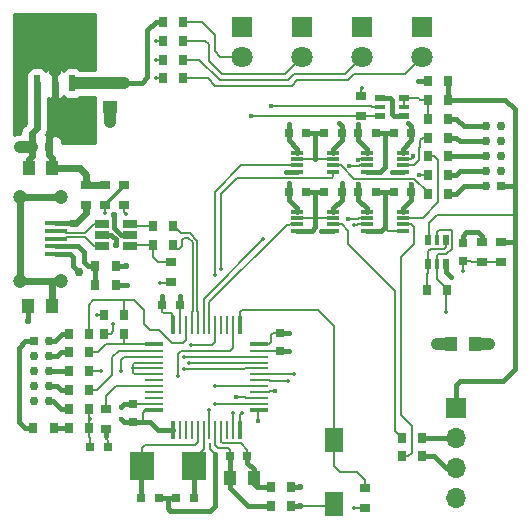
<source format=gbr>
%TF.GenerationSoftware,KiCad,Pcbnew,5.0.0-fee4fd1~65~ubuntu18.04.1*%
%TF.CreationDate,2018-07-28T20:32:54+02:00*%
%TF.ProjectId,blackBoxProbeBig,626C61636B426F7850726F6265426967,rev?*%
%TF.SameCoordinates,Original*%
%TF.FileFunction,Copper,L1,Top,Signal*%
%TF.FilePolarity,Positive*%
%FSLAX46Y46*%
G04 Gerber Fmt 4.6, Leading zero omitted, Abs format (unit mm)*
G04 Created by KiCad (PCBNEW 5.0.0-fee4fd1~65~ubuntu18.04.1) date Sat Jul 28 20:32:54 2018*
%MOMM*%
%LPD*%
G01*
G04 APERTURE LIST*
%TA.AperFunction,SMDPad,CuDef*%
%ADD10R,0.750000X0.800000*%
%TD*%
%TA.AperFunction,SMDPad,CuDef*%
%ADD11R,2.100000X2.400000*%
%TD*%
%TA.AperFunction,SMDPad,CuDef*%
%ADD12R,0.700000X0.900000*%
%TD*%
%TA.AperFunction,SMDPad,CuDef*%
%ADD13R,0.400000X1.500000*%
%TD*%
%TA.AperFunction,SMDPad,CuDef*%
%ADD14R,0.280000X1.500000*%
%TD*%
%TA.AperFunction,SMDPad,CuDef*%
%ADD15R,1.500000X0.400000*%
%TD*%
%TA.AperFunction,SMDPad,CuDef*%
%ADD16R,1.500000X0.280000*%
%TD*%
%TA.AperFunction,SMDPad,CuDef*%
%ADD17R,1.000000X1.250000*%
%TD*%
%TA.AperFunction,SMDPad,CuDef*%
%ADD18R,0.800000X0.750000*%
%TD*%
%TA.AperFunction,SMDPad,CuDef*%
%ADD19R,1.250000X1.000000*%
%TD*%
%TA.AperFunction,ComponentPad*%
%ADD20C,1.200000*%
%TD*%
%TA.AperFunction,SMDPad,CuDef*%
%ADD21R,1.850000X0.400000*%
%TD*%
%TA.AperFunction,ComponentPad*%
%ADD22R,1.700000X1.700000*%
%TD*%
%TA.AperFunction,ComponentPad*%
%ADD23O,1.700000X1.700000*%
%TD*%
%TA.AperFunction,SMDPad,CuDef*%
%ADD24R,0.900000X0.700000*%
%TD*%
%TA.AperFunction,SMDPad,CuDef*%
%ADD25R,1.597660X1.998980*%
%TD*%
%TA.AperFunction,SMDPad,CuDef*%
%ADD26R,1.000000X0.400000*%
%TD*%
%TA.AperFunction,SMDPad,CuDef*%
%ADD27R,1.000000X0.300000*%
%TD*%
%TA.AperFunction,SMDPad,CuDef*%
%ADD28R,0.480000X1.400000*%
%TD*%
%TA.AperFunction,SMDPad,CuDef*%
%ADD29O,1.200000X2.850000*%
%TD*%
%TA.AperFunction,ComponentPad*%
%ADD30R,1.800000X1.800000*%
%TD*%
%TA.AperFunction,ComponentPad*%
%ADD31C,1.800000*%
%TD*%
%TA.AperFunction,ComponentPad*%
%ADD32R,0.750000X0.750000*%
%TD*%
%TA.AperFunction,ComponentPad*%
%ADD33C,0.750000*%
%TD*%
%TA.AperFunction,SMDPad,CuDef*%
%ADD34R,0.900000X0.600000*%
%TD*%
%TA.AperFunction,SMDPad,CuDef*%
%ADD35R,0.900000X0.400000*%
%TD*%
%TA.AperFunction,SMDPad,CuDef*%
%ADD36R,0.600000X0.900000*%
%TD*%
%TA.AperFunction,SMDPad,CuDef*%
%ADD37R,0.400000X0.900000*%
%TD*%
%TA.AperFunction,SMDPad,CuDef*%
%ADD38R,1.200000X0.650000*%
%TD*%
%TA.AperFunction,ViaPad*%
%ADD39C,0.550000*%
%TD*%
%TA.AperFunction,ViaPad*%
%ADD40C,0.355600*%
%TD*%
%TA.AperFunction,ViaPad*%
%ADD41C,0.381000*%
%TD*%
%TA.AperFunction,ViaPad*%
%ADD42C,0.750000*%
%TD*%
%TA.AperFunction,Conductor*%
%ADD43C,0.600000*%
%TD*%
%TA.AperFunction,Conductor*%
%ADD44C,0.400000*%
%TD*%
%TA.AperFunction,Conductor*%
%ADD45C,0.200000*%
%TD*%
%TA.AperFunction,Conductor*%
%ADD46C,1.000000*%
%TD*%
%TA.AperFunction,Conductor*%
%ADD47C,0.300000*%
%TD*%
%TA.AperFunction,Conductor*%
%ADD48C,0.152400*%
%TD*%
%TA.AperFunction,Conductor*%
%ADD49C,0.254000*%
%TD*%
G04 APERTURE END LIST*
D10*
%TO.P,C5,1*%
%TO.N,+3V3*%
X37500000Y-178950000D03*
%TO.P,C5,2*%
%TO.N,GND*%
X37500000Y-180450000D03*
%TD*%
D11*
%TO.P,Y1,1*%
%TO.N,Net-(C12-Pad1)*%
X25800000Y-190200000D03*
%TO.P,Y1,2*%
%TO.N,Net-(C13-Pad1)*%
X30200000Y-190200000D03*
%TD*%
D12*
%TO.P,R30,1*%
%TO.N,Net-(D2-Pad2)*%
X29350000Y-154200000D03*
%TO.P,R30,2*%
%TO.N,/LED0*%
X27650000Y-154200000D03*
%TD*%
D13*
%TO.P,U3,1*%
%TO.N,+3V3*%
X28490000Y-187125000D03*
D14*
%TO.P,U3,2*%
%TO.N,N/C*%
X29050000Y-187125000D03*
%TO.P,U3,3*%
X29550000Y-187125000D03*
%TO.P,U3,4*%
X30050000Y-187125000D03*
%TO.P,U3,5*%
%TO.N,Net-(C12-Pad1)*%
X30550000Y-187125000D03*
%TO.P,U3,6*%
%TO.N,Net-(C13-Pad1)*%
X31050000Y-187125000D03*
%TO.P,U3,7*%
%TO.N,/MCU_RST*%
X31550000Y-187125000D03*
%TO.P,U3,8*%
%TO.N,GNDA*%
X32050000Y-187125000D03*
%TO.P,U3,9*%
%TO.N,VDDA*%
X32550000Y-187125000D03*
%TO.P,U3,10*%
%TO.N,N/C*%
X33050000Y-187125000D03*
%TO.P,U3,11*%
%TO.N,/PROBE_TMS_DIR*%
X33550000Y-187125000D03*
D13*
%TO.P,U3,12*%
%TO.N,/PROBE_I_RST*%
X34110000Y-187125000D03*
D15*
%TO.P,U3,13*%
%TO.N,/PROBE_I_TDI*%
X35725000Y-185510000D03*
D16*
%TO.P,U3,14*%
%TO.N,/PROBE_I_TMS*%
X35725000Y-184950000D03*
%TO.P,U3,15*%
%TO.N,/PROBE_I_TCK*%
X35725000Y-184450000D03*
%TO.P,U3,16*%
%TO.N,/PROBE_I_TDO*%
X35725000Y-183950000D03*
%TO.P,U3,17*%
%TO.N,/PROBE_I_RST_SEN*%
X35725000Y-183450000D03*
%TO.P,U3,18*%
%TO.N,/TARGET_PWR_SENSE*%
X35725000Y-182950000D03*
%TO.P,U3,19*%
%TO.N,/TARGET_PWR_EN*%
X35725000Y-182450000D03*
%TO.P,U3,20*%
%TO.N,/LED0*%
X35725000Y-181950000D03*
%TO.P,U3,21*%
%TO.N,/LED1*%
X35725000Y-181450000D03*
%TO.P,U3,22*%
%TO.N,/LED2*%
X35725000Y-180950000D03*
%TO.P,U3,23*%
%TO.N,GND*%
X35725000Y-180450000D03*
D15*
%TO.P,U3,24*%
%TO.N,+3V3*%
X35725000Y-179890000D03*
D13*
%TO.P,U3,25*%
%TO.N,/BUTTON*%
X34110000Y-178275000D03*
D14*
%TO.P,U3,26*%
%TO.N,/USB_V*%
X33550000Y-178275000D03*
%TO.P,U3,27*%
%TO.N,N/C*%
X33050000Y-178275000D03*
%TO.P,U3,28*%
X32550000Y-178275000D03*
%TO.P,U3,29*%
%TO.N,/USB_PU*%
X32050000Y-178275000D03*
%TO.P,U3,30*%
%TO.N,/PROBE_I_TX*%
X31550000Y-178275000D03*
%TO.P,U3,31*%
%TO.N,/PROBE_I_RX*%
X31050000Y-178275000D03*
%TO.P,U3,32*%
%TO.N,/USB_D-*%
X30550000Y-178275000D03*
%TO.P,U3,33*%
%TO.N,/USB_D+*%
X30050000Y-178275000D03*
%TO.P,U3,34*%
%TO.N,/MCU_TMS*%
X29550000Y-178275000D03*
%TO.P,U3,35*%
%TO.N,GND*%
X29050000Y-178275000D03*
D13*
%TO.P,U3,36*%
%TO.N,+3V3*%
X28490000Y-178275000D03*
D15*
%TO.P,U3,37*%
%TO.N,/MCU_TCK*%
X26875000Y-179890000D03*
D16*
%TO.P,U3,38*%
%TO.N,/MCU_TDI*%
X26875000Y-180450000D03*
%TO.P,U3,39*%
%TO.N,/MCU_TDO*%
X26875000Y-180950000D03*
%TO.P,U3,40*%
%TO.N,+3V3*%
X26875000Y-181450000D03*
%TO.P,U3,41*%
X26875000Y-181950000D03*
%TO.P,U3,42*%
X26875000Y-182450000D03*
%TO.P,U3,43*%
%TO.N,N/C*%
X26875000Y-182950000D03*
%TO.P,U3,44*%
%TO.N,Net-(R17-Pad2)*%
X26875000Y-183450000D03*
%TO.P,U3,45*%
%TO.N,N/C*%
X26875000Y-183950000D03*
%TO.P,U3,46*%
X26875000Y-184450000D03*
%TO.P,U3,47*%
%TO.N,GND*%
X26875000Y-184950000D03*
D15*
%TO.P,U3,48*%
%TO.N,+3V3*%
X26875000Y-185510000D03*
%TD*%
D17*
%TO.P,C1,1*%
%TO.N,+5V*%
X18250000Y-165000000D03*
%TO.P,C1,2*%
%TO.N,GND*%
X16250000Y-165000000D03*
%TD*%
%TO.P,C2,1*%
%TO.N,GND*%
X16210000Y-176690000D03*
%TO.P,C2,2*%
%TO.N,Net-(C2-Pad2)*%
X18210000Y-176690000D03*
%TD*%
D18*
%TO.P,C3,1*%
%TO.N,+5V*%
X18000000Y-163200000D03*
%TO.P,C3,2*%
%TO.N,GND*%
X16500000Y-163200000D03*
%TD*%
D19*
%TO.P,C4,1*%
%TO.N,+3V3*%
X23150000Y-157825000D03*
%TO.P,C4,2*%
%TO.N,GND*%
X23150000Y-159825000D03*
%TD*%
D18*
%TO.P,C6,1*%
%TO.N,+3V3*%
X27550000Y-176600000D03*
%TO.P,C6,2*%
%TO.N,GND*%
X29050000Y-176600000D03*
%TD*%
D10*
%TO.P,C7,1*%
%TO.N,+3V3*%
X25100000Y-186450000D03*
%TO.P,C7,2*%
%TO.N,GND*%
X25100000Y-184950000D03*
%TD*%
D18*
%TO.P,C8,1*%
%TO.N,VDDA*%
X34750000Y-189400000D03*
%TO.P,C8,2*%
%TO.N,GNDA*%
X33250000Y-189400000D03*
%TD*%
D17*
%TO.P,C9,1*%
%TO.N,VDDA*%
X35300000Y-191200000D03*
%TO.P,C9,2*%
%TO.N,GNDA*%
X33300000Y-191200000D03*
%TD*%
D10*
%TO.P,C11,1*%
%TO.N,GND*%
X53000000Y-171350000D03*
%TO.P,C11,2*%
%TO.N,/TARGET_PWR_SENSE*%
X53000000Y-172850000D03*
%TD*%
D18*
%TO.P,C12,1*%
%TO.N,Net-(C12-Pad1)*%
X25750000Y-192900000D03*
%TO.P,C12,2*%
%TO.N,GND*%
X27250000Y-192900000D03*
%TD*%
%TO.P,C13,1*%
%TO.N,Net-(C13-Pad1)*%
X30250000Y-192900000D03*
%TO.P,C13,2*%
%TO.N,GND*%
X28750000Y-192900000D03*
%TD*%
D17*
%TO.P,C14,1*%
%TO.N,+3V3*%
X54000000Y-179900000D03*
%TO.P,C14,2*%
%TO.N,GND*%
X52000000Y-179900000D03*
%TD*%
D18*
%TO.P,C15,1*%
%TO.N,+3V3*%
X44150000Y-162000000D03*
%TO.P,C15,2*%
%TO.N,GND*%
X45650000Y-162000000D03*
%TD*%
%TO.P,C16,1*%
%TO.N,/PROBE_E_VDD*%
X48650000Y-162000000D03*
%TO.P,C16,2*%
%TO.N,GND*%
X47150000Y-162000000D03*
%TD*%
%TO.P,C17,1*%
%TO.N,+3V3*%
X38250000Y-167000000D03*
%TO.P,C17,2*%
%TO.N,GND*%
X39750000Y-167000000D03*
%TD*%
%TO.P,C18,1*%
%TO.N,/PROBE_E_VDD*%
X48650000Y-167000000D03*
%TO.P,C18,2*%
%TO.N,GND*%
X47150000Y-167000000D03*
%TD*%
%TO.P,C19,1*%
%TO.N,+3V3*%
X44150000Y-167000000D03*
%TO.P,C19,2*%
%TO.N,GND*%
X45650000Y-167000000D03*
%TD*%
%TO.P,C20,1*%
%TO.N,/PROBE_E_VDD*%
X42750000Y-167000000D03*
%TO.P,C20,2*%
%TO.N,GND*%
X41250000Y-167000000D03*
%TD*%
%TO.P,C21,1*%
%TO.N,+3V3*%
X38250000Y-162000000D03*
%TO.P,C21,2*%
%TO.N,GND*%
X39750000Y-162000000D03*
%TD*%
%TO.P,C22,1*%
%TO.N,/PROBE_E_VDD*%
X42750000Y-162000000D03*
%TO.P,C22,2*%
%TO.N,GND*%
X41250000Y-162000000D03*
%TD*%
D20*
%TO.P,J1,S*%
%TO.N,Net-(C2-Pad2)*%
X18975000Y-167395000D03*
X18975000Y-174545000D03*
X15525000Y-167395000D03*
D21*
%TO.P,J1,5*%
%TO.N,GND*%
X18550000Y-172270000D03*
%TO.P,J1,4*%
%TO.N,Net-(J1-Pad4)*%
X18550000Y-171620000D03*
%TO.P,J1,3*%
%TO.N,/USB_D_C+*%
X18550000Y-170970000D03*
%TO.P,J1,2*%
%TO.N,/USB_D_C-*%
X18550000Y-170320000D03*
%TO.P,J1,1*%
%TO.N,Net-(J1-Pad1)*%
X18550000Y-169670000D03*
D20*
%TO.P,J1,S*%
%TO.N,Net-(C2-Pad2)*%
X15525000Y-174545000D03*
%TD*%
D22*
%TO.P,J4,1*%
%TO.N,/PROBE_VDD*%
X52450000Y-185260000D03*
D23*
%TO.P,J4,2*%
%TO.N,Net-(J4-Pad2)*%
X52450000Y-187800000D03*
%TO.P,J4,3*%
%TO.N,Net-(J4-Pad3)*%
X52450000Y-190340000D03*
%TO.P,J4,4*%
%TO.N,GND*%
X52450000Y-192880000D03*
%TD*%
D24*
%TO.P,R1,1*%
%TO.N,Net-(J1-Pad1)*%
X21100000Y-168150000D03*
%TO.P,R1,2*%
%TO.N,+5V*%
X21100000Y-166450000D03*
%TD*%
D12*
%TO.P,R2,1*%
%TO.N,+5V*%
X23600000Y-173300000D03*
%TO.P,R2,2*%
%TO.N,Net-(J1-Pad4)*%
X21900000Y-173300000D03*
%TD*%
%TO.P,R3,1*%
%TO.N,Net-(J1-Pad4)*%
X21900000Y-174900000D03*
%TO.P,R3,2*%
%TO.N,GND*%
X23600000Y-174900000D03*
%TD*%
%TO.P,R4,1*%
%TO.N,VDDA*%
X36750000Y-192000000D03*
%TO.P,R4,2*%
%TO.N,+3V3*%
X38450000Y-192000000D03*
%TD*%
%TO.P,R5,1*%
%TO.N,GNDA*%
X36750000Y-193600000D03*
%TO.P,R5,2*%
%TO.N,GND*%
X38450000Y-193600000D03*
%TD*%
D24*
%TO.P,R6,1*%
%TO.N,+3V3*%
X44700000Y-193750000D03*
%TO.P,R6,2*%
%TO.N,/BUTTON*%
X44700000Y-192050000D03*
%TD*%
%TO.P,R7,1*%
%TO.N,+5V*%
X22700000Y-166450000D03*
%TO.P,R7,2*%
%TO.N,/USB_V*%
X22700000Y-168150000D03*
%TD*%
D12*
%TO.P,R8,1*%
%TO.N,Net-(J2-Pad4)*%
X19650000Y-180600000D03*
%TO.P,R8,2*%
%TO.N,/MCU_TCK*%
X21350000Y-180600000D03*
%TD*%
%TO.P,R9,1*%
%TO.N,Net-(J2-Pad8)*%
X19650000Y-183800000D03*
%TO.P,R9,2*%
%TO.N,/MCU_TDI*%
X21350000Y-183800000D03*
%TD*%
D24*
%TO.P,R10,1*%
%TO.N,/PROBE_VDD*%
X56200000Y-171250000D03*
%TO.P,R10,2*%
%TO.N,/TARGET_PWR_SENSE*%
X56200000Y-172950000D03*
%TD*%
%TO.P,R11,1*%
%TO.N,/TARGET_PWR_SENSE*%
X54600000Y-172950000D03*
%TO.P,R11,2*%
%TO.N,GND*%
X54600000Y-171250000D03*
%TD*%
%TO.P,R12,1*%
%TO.N,/USB_V*%
X24300000Y-166450000D03*
%TO.P,R12,2*%
%TO.N,GND*%
X24300000Y-168150000D03*
%TD*%
D12*
%TO.P,R13,1*%
%TO.N,Net-(J2-Pad2)*%
X19650000Y-179000000D03*
%TO.P,R13,2*%
%TO.N,/MCU_TMS*%
X21350000Y-179000000D03*
%TD*%
%TO.P,R14,1*%
%TO.N,Net-(J2-Pad6)*%
X19650000Y-182200000D03*
%TO.P,R14,2*%
%TO.N,/MCU_TDO*%
X21350000Y-182200000D03*
%TD*%
%TO.P,R15,1*%
%TO.N,Net-(J2-Pad10)*%
X19650000Y-185400000D03*
%TO.P,R15,2*%
%TO.N,/MCU_RST*%
X21350000Y-185400000D03*
%TD*%
D24*
%TO.P,R16,1*%
%TO.N,/USB_PU*%
X28300000Y-174650000D03*
%TO.P,R16,2*%
%TO.N,Net-(R16-Pad2)*%
X28300000Y-172950000D03*
%TD*%
%TO.P,R17,1*%
%TO.N,GND*%
X22800000Y-187050000D03*
%TO.P,R17,2*%
%TO.N,Net-(R17-Pad2)*%
X22800000Y-185350000D03*
%TD*%
D12*
%TO.P,R18,1*%
%TO.N,+3V3*%
X19650000Y-187000000D03*
%TO.P,R18,2*%
%TO.N,/MCU_RST*%
X21350000Y-187000000D03*
%TD*%
%TO.P,R19,1*%
%TO.N,+3V3*%
X18350000Y-187000000D03*
%TO.P,R19,2*%
%TO.N,Net-(J2-Pad1)*%
X16650000Y-187000000D03*
%TD*%
%TO.P,R20,1*%
%TO.N,/PROBE_VDD*%
X51750000Y-159200000D03*
%TO.P,R20,2*%
%TO.N,/PROBE_E_RST*%
X50050000Y-159200000D03*
%TD*%
%TO.P,R21,1*%
%TO.N,Net-(J3-Pad4)*%
X51750000Y-165600000D03*
%TO.P,R21,2*%
%TO.N,/PROBE_E_TCK*%
X50050000Y-165600000D03*
%TD*%
%TO.P,R22,1*%
%TO.N,Net-(J3-Pad8)*%
X51750000Y-162400000D03*
%TO.P,R22,2*%
%TO.N,/PROBE_E_TDI*%
X50050000Y-162400000D03*
%TD*%
D24*
%TO.P,R23,1*%
%TO.N,+3V3*%
X44400000Y-158850000D03*
%TO.P,R23,2*%
%TO.N,/PROBE_I_RST_SEN*%
X44400000Y-160550000D03*
%TD*%
D12*
%TO.P,R24,1*%
%TO.N,Net-(J3-Pad2)*%
X51750000Y-167200000D03*
%TO.P,R24,2*%
%TO.N,/PROBE_E_TMS*%
X50050000Y-167200000D03*
%TD*%
%TO.P,R25,1*%
%TO.N,Net-(J3-Pad6)*%
X51750000Y-164000000D03*
%TO.P,R25,2*%
%TO.N,/PROBE_E_TDO*%
X50050000Y-164000000D03*
%TD*%
%TO.P,R26,1*%
%TO.N,Net-(J3-Pad10)*%
X51750000Y-160800000D03*
%TO.P,R26,2*%
%TO.N,/PROBE_E_RST*%
X50050000Y-160800000D03*
%TD*%
%TO.P,R28,1*%
%TO.N,Net-(Q2-Pad1)*%
X49950000Y-175300000D03*
%TO.P,R28,2*%
%TO.N,/TARGET_PWR_EN*%
X51650000Y-175300000D03*
%TD*%
%TO.P,R29,1*%
%TO.N,Net-(D1-Pad2)*%
X29350000Y-152600000D03*
%TO.P,R29,2*%
%TO.N,+3V3*%
X27650000Y-152600000D03*
%TD*%
%TO.P,R31,1*%
%TO.N,Net-(D3-Pad2)*%
X29350000Y-155800000D03*
%TO.P,R31,2*%
%TO.N,/LED1*%
X27650000Y-155800000D03*
%TD*%
%TO.P,R32,1*%
%TO.N,Net-(D4-Pad2)*%
X29350000Y-157400000D03*
%TO.P,R32,2*%
%TO.N,/LED2*%
X27650000Y-157400000D03*
%TD*%
%TO.P,R33,1*%
%TO.N,Net-(J4-Pad2)*%
X49550000Y-187800000D03*
%TO.P,R33,2*%
%TO.N,/PROBE_E_TX*%
X47850000Y-187800000D03*
%TD*%
%TO.P,R35,1*%
%TO.N,Net-(J4-Pad3)*%
X49550000Y-189400000D03*
%TO.P,R35,2*%
%TO.N,/PROBE_E_RX*%
X47850000Y-189400000D03*
%TD*%
D25*
%TO.P,S1,1*%
%TO.N,GND*%
X42100000Y-193397480D03*
%TO.P,S1,2*%
%TO.N,/BUTTON*%
X42100000Y-188002520D03*
%TD*%
D26*
%TO.P,U4,1*%
%TO.N,+3V3*%
X39000000Y-168700000D03*
D27*
%TO.P,U4,2*%
%TO.N,GND*%
X39000000Y-169250000D03*
%TO.P,U4,3*%
%TO.N,/PROBE_I_TX*%
X39000000Y-169750000D03*
D26*
%TO.P,U4,4*%
%TO.N,GND*%
X39000000Y-170300000D03*
%TO.P,U4,5*%
%TO.N,+3V3*%
X42000000Y-170300000D03*
D27*
%TO.P,U4,6*%
%TO.N,/PROBE_E_TX*%
X42000000Y-169750000D03*
%TO.P,U4,7*%
%TO.N,GND*%
X42000000Y-169250000D03*
D26*
%TO.P,U4,8*%
%TO.N,/PROBE_E_VDD*%
X42000000Y-168700000D03*
%TD*%
%TO.P,U5,1*%
%TO.N,+3V3*%
X44900000Y-163700000D03*
D27*
%TO.P,U5,2*%
%TO.N,/PROBE_I_TCK*%
X44900000Y-164250000D03*
%TO.P,U5,3*%
%TO.N,/PROBE_I_TDI*%
X44900000Y-164750000D03*
D26*
%TO.P,U5,4*%
%TO.N,GND*%
X44900000Y-165300000D03*
%TO.P,U5,5*%
%TO.N,+3V3*%
X47900000Y-165300000D03*
D27*
%TO.P,U5,6*%
%TO.N,/PROBE_E_TDI*%
X47900000Y-164750000D03*
%TO.P,U5,7*%
%TO.N,/PROBE_E_TCK*%
X47900000Y-164250000D03*
D26*
%TO.P,U5,8*%
%TO.N,/PROBE_E_VDD*%
X47900000Y-163700000D03*
%TD*%
%TO.P,U6,1*%
%TO.N,+3V3*%
X44900000Y-168700000D03*
D27*
%TO.P,U6,2*%
%TO.N,/PROBE_I_TDO*%
X44900000Y-169250000D03*
%TO.P,U6,3*%
%TO.N,/PROBE_I_RX*%
X44900000Y-169750000D03*
D26*
%TO.P,U6,4*%
%TO.N,GND*%
X44900000Y-170300000D03*
%TO.P,U6,5*%
X47900000Y-170300000D03*
D27*
%TO.P,U6,6*%
%TO.N,/PROBE_E_RX*%
X47900000Y-169750000D03*
%TO.P,U6,7*%
%TO.N,/PROBE_E_TDO*%
X47900000Y-169250000D03*
D26*
%TO.P,U6,8*%
%TO.N,/PROBE_E_VDD*%
X47900000Y-168700000D03*
%TD*%
%TO.P,U7,1*%
%TO.N,+3V3*%
X39000000Y-163700000D03*
D27*
%TO.P,U7,2*%
%TO.N,GND*%
X39000000Y-164250000D03*
%TO.P,U7,3*%
%TO.N,/PROBE_I_TMS*%
X39000000Y-164750000D03*
D26*
%TO.P,U7,4*%
%TO.N,GND*%
X39000000Y-165300000D03*
%TO.P,U7,5*%
%TO.N,/PROBE_TMS_DIR*%
X42000000Y-165300000D03*
D27*
%TO.P,U7,6*%
%TO.N,/PROBE_E_TMS*%
X42000000Y-164750000D03*
%TO.P,U7,7*%
%TO.N,GND*%
X42000000Y-164250000D03*
D26*
%TO.P,U7,8*%
%TO.N,/PROBE_E_VDD*%
X42000000Y-163700000D03*
%TD*%
D28*
%TO.P,U1,1*%
%TO.N,GND*%
X16930000Y-157820000D03*
%TO.P,U1,2*%
%TO.N,+5V*%
X18430000Y-157820000D03*
%TO.P,U1,3*%
%TO.N,+3V3*%
X19930000Y-157820000D03*
D29*
%TO.P,U1,TAB*%
%TO.N,+5V*%
X18430000Y-155820000D03*
%TD*%
D30*
%TO.P,D1,1*%
%TO.N,GND*%
X34290000Y-153035000D03*
D31*
%TO.P,D1,2*%
%TO.N,Net-(D1-Pad2)*%
X34290000Y-155575000D03*
%TD*%
D30*
%TO.P,D2,1*%
%TO.N,GND*%
X39370000Y-153035000D03*
D31*
%TO.P,D2,2*%
%TO.N,Net-(D2-Pad2)*%
X39370000Y-155575000D03*
%TD*%
D30*
%TO.P,D3,1*%
%TO.N,GND*%
X44450000Y-153035000D03*
D31*
%TO.P,D3,2*%
%TO.N,Net-(D3-Pad2)*%
X44450000Y-155575000D03*
%TD*%
D30*
%TO.P,D4,1*%
%TO.N,GND*%
X49530000Y-153035000D03*
D31*
%TO.P,D4,2*%
%TO.N,Net-(D4-Pad2)*%
X49530000Y-155575000D03*
%TD*%
D12*
%TO.P,R27,1*%
%TO.N,/USB_D-*%
X28450000Y-169900000D03*
%TO.P,R27,2*%
%TO.N,Net-(R27-Pad2)*%
X26750000Y-169900000D03*
%TD*%
%TO.P,R34,1*%
%TO.N,/USB_D+*%
X28450000Y-171500000D03*
%TO.P,R34,2*%
%TO.N,Net-(R16-Pad2)*%
X26750000Y-171500000D03*
%TD*%
D32*
%TO.P,J2,1*%
%TO.N,Net-(J2-Pad1)*%
X16665000Y-179660000D03*
D33*
%TO.P,J2,2*%
%TO.N,Net-(J2-Pad2)*%
X17935000Y-179660000D03*
%TO.P,J2,3*%
%TO.N,GND*%
X16665000Y-180930000D03*
%TO.P,J2,4*%
%TO.N,Net-(J2-Pad4)*%
X17935000Y-180930000D03*
%TO.P,J2,5*%
%TO.N,GND*%
X16665000Y-182200000D03*
%TO.P,J2,6*%
%TO.N,Net-(J2-Pad6)*%
X17935000Y-182200000D03*
%TO.P,J2,7*%
%TO.N,N/C*%
X16665000Y-183470000D03*
%TO.P,J2,8*%
%TO.N,Net-(J2-Pad8)*%
X17935000Y-183470000D03*
%TO.P,J2,9*%
%TO.N,GND*%
X16665000Y-184740000D03*
%TO.P,J2,10*%
%TO.N,Net-(J2-Pad10)*%
X17935000Y-184740000D03*
%TD*%
D32*
%TO.P,J3,1*%
%TO.N,/PROBE_VDD*%
X56235000Y-166540000D03*
D33*
%TO.P,J3,2*%
%TO.N,Net-(J3-Pad2)*%
X54965000Y-166540000D03*
%TO.P,J3,3*%
%TO.N,GND*%
X56235000Y-165270000D03*
%TO.P,J3,4*%
%TO.N,Net-(J3-Pad4)*%
X54965000Y-165270000D03*
%TO.P,J3,5*%
%TO.N,GND*%
X56235000Y-164000000D03*
%TO.P,J3,6*%
%TO.N,Net-(J3-Pad6)*%
X54965000Y-164000000D03*
%TO.P,J3,7*%
%TO.N,N/C*%
X56235000Y-162730000D03*
%TO.P,J3,8*%
%TO.N,Net-(J3-Pad8)*%
X54965000Y-162730000D03*
%TO.P,J3,9*%
%TO.N,GND*%
X56235000Y-161460000D03*
%TO.P,J3,10*%
%TO.N,Net-(J3-Pad10)*%
X54965000Y-161460000D03*
%TD*%
D18*
%TO.P,C10,1*%
%TO.N,GND*%
X22950000Y-188600000D03*
%TO.P,C10,2*%
%TO.N,/MCU_RST*%
X21450000Y-188600000D03*
%TD*%
D34*
%TO.P,Q1,6*%
%TO.N,/PROBE_E_RST*%
X48050000Y-159050000D03*
D35*
%TO.P,Q1,5*%
X48050000Y-159800000D03*
D34*
%TO.P,Q1,4*%
%TO.N,GND*%
X48050000Y-160550000D03*
%TO.P,Q1,1*%
X45950000Y-159050000D03*
D35*
%TO.P,Q1,2*%
%TO.N,/PROBE_I_RST*%
X45950000Y-159800000D03*
D34*
%TO.P,Q1,3*%
%TO.N,/PROBE_I_RST_SEN*%
X45950000Y-160550000D03*
%TD*%
D36*
%TO.P,Q2,6*%
%TO.N,+3V3*%
X51550000Y-173150000D03*
D37*
%TO.P,Q2,5*%
%TO.N,/TARGET_PWR_EN*%
X50800000Y-173150000D03*
D36*
%TO.P,Q2,4*%
%TO.N,Net-(Q2-Pad1)*%
X50050000Y-173150000D03*
%TO.P,Q2,1*%
X51550000Y-171050000D03*
D37*
%TO.P,Q2,2*%
%TO.N,/TARGET_PWR_EN*%
X50800000Y-171050000D03*
D36*
%TO.P,Q2,3*%
%TO.N,/PROBE_VDD*%
X50050000Y-171050000D03*
%TD*%
D12*
%TO.P,R36,1*%
%TO.N,/PROBE_VDD*%
X51750000Y-157600000D03*
%TO.P,R36,2*%
%TO.N,/PROBE_E_VDD*%
X50050000Y-157600000D03*
%TD*%
%TO.P,R37,1*%
%TO.N,+3V3*%
X22650000Y-177400000D03*
%TO.P,R37,2*%
%TO.N,/MCU_TMS*%
X24350000Y-177400000D03*
%TD*%
%TO.P,R38,2*%
%TO.N,/MCU_TCK*%
X24350000Y-179000000D03*
%TO.P,R38,1*%
%TO.N,GND*%
X22650000Y-179000000D03*
%TD*%
D38*
%TO.P,U2,1*%
%TO.N,/USB_D_C-*%
X22450000Y-169700000D03*
%TO.P,U2,2*%
%TO.N,GND*%
X22450000Y-170650000D03*
%TO.P,U2,3*%
%TO.N,/USB_D_C+*%
X22450000Y-171600000D03*
%TO.P,U2,4*%
%TO.N,Net-(R16-Pad2)*%
X24850000Y-171600000D03*
%TO.P,U2,6*%
%TO.N,Net-(R27-Pad2)*%
X24850000Y-169700000D03*
%TO.P,U2,5*%
%TO.N,+5V*%
X24850000Y-170650000D03*
%TD*%
D39*
%TO.N,+5V*%
X23500000Y-169000000D03*
X20800000Y-165200000D03*
X24500000Y-173300000D03*
D40*
%TO.N,GND*%
X38250000Y-180450000D03*
X24600000Y-174900000D03*
D41*
X47000000Y-159800000D03*
D42*
X50800000Y-179900000D03*
D40*
X53800000Y-170400000D03*
X46400000Y-162000000D03*
X40500000Y-167000000D03*
X46400000Y-167000000D03*
X40500000Y-162000000D03*
X22800000Y-187700000D03*
X28000000Y-192900000D03*
X24500000Y-168900000D03*
D39*
X39200000Y-193600000D03*
D40*
X29050000Y-175850000D03*
D39*
X23600000Y-171500000D03*
D41*
X24100000Y-185200000D03*
D42*
X15550000Y-163200000D03*
X23150000Y-161100000D03*
D39*
X16210000Y-177935000D03*
D42*
X20500000Y-173750000D03*
D40*
X23400000Y-178200000D03*
X38000000Y-165300000D03*
%TO.N,+3V3*%
X38250000Y-178950000D03*
X52000000Y-174200000D03*
X47000000Y-165300000D03*
X44500000Y-158200000D03*
D41*
X44150000Y-166350000D03*
D42*
X55200000Y-179900000D03*
D40*
X38250000Y-161250000D03*
X38250000Y-166250000D03*
X44150000Y-161250000D03*
X19000000Y-187000000D03*
D42*
X24300000Y-157800000D03*
D40*
X25100000Y-181900000D03*
X43750000Y-193750000D03*
D39*
X39200000Y-192000000D03*
D40*
X27550000Y-175850000D03*
D41*
X24100000Y-186200000D03*
D40*
X22000000Y-177400000D03*
X41000000Y-170300000D03*
%TO.N,/TARGET_PWR_SENSE*%
X53000000Y-173700000D03*
X38200000Y-183000000D03*
D41*
%TO.N,/PROBE_I_RST*%
X36800000Y-159700000D03*
D40*
X34300000Y-185700000D03*
D41*
%TO.N,/PROBE_I_RST_SEN*%
X35100000Y-160600000D03*
D40*
X32000000Y-183400000D03*
%TO.N,/TARGET_PWR_EN*%
X51600000Y-177200000D03*
X38700000Y-182400000D03*
%TO.N,/USB_V*%
X28900000Y-182600000D03*
X22700000Y-168800000D03*
%TO.N,/MCU_TDO*%
X22400000Y-182200000D03*
X24100000Y-182200000D03*
%TO.N,/MCU_RST*%
X21400000Y-186200000D03*
X31500000Y-185500000D03*
%TO.N,/USB_PU*%
X30000000Y-180000000D03*
X27400000Y-174700000D03*
D41*
%TO.N,/PROBE_E_TCK*%
X49300000Y-165600000D03*
X48800000Y-164000000D03*
D40*
%TO.N,/LED0*%
X27000000Y-154200000D03*
X29400000Y-182000000D03*
%TO.N,/LED1*%
X27000000Y-155800000D03*
X29800000Y-181500000D03*
%TO.N,/LED2*%
X27000000Y-157400000D03*
X29400000Y-181000000D03*
%TO.N,/PROBE_TMS_DIR*%
X33500000Y-185700000D03*
X32500000Y-173500000D03*
%TO.N,/PROBE_I_TMS*%
X32000000Y-185000000D03*
X32000000Y-174000000D03*
D41*
%TO.N,/PROBE_I_TCK*%
X44100000Y-164300000D03*
X33800000Y-184400000D03*
%TO.N,/PROBE_I_TDO*%
X43300000Y-169300000D03*
X37100000Y-183900000D03*
D40*
%TO.N,/PROBE_I_RX*%
X36100000Y-171000000D03*
X43800000Y-169800000D03*
D41*
%TO.N,/PROBE_I_TDI*%
X43400000Y-164800000D03*
X35700000Y-186400000D03*
%TO.N,/PROBE_E_VDD*%
X48650000Y-166350000D03*
D40*
X42500000Y-161200000D03*
X48400000Y-161200000D03*
X42750000Y-166250000D03*
X49200000Y-157600000D03*
%TD*%
D43*
%TO.N,+5V*%
X18000000Y-162100000D02*
X18430000Y-161670000D01*
X18430000Y-161670000D02*
X18430000Y-157820000D01*
X18000000Y-163200000D02*
X18000000Y-162100000D01*
D44*
X20800000Y-165200000D02*
X20750000Y-165200000D01*
X20750000Y-165200000D02*
X20550000Y-165000000D01*
X24050000Y-170650000D02*
X23500000Y-170100000D01*
X23500000Y-170100000D02*
X23500000Y-169000000D01*
X25000000Y-170650000D02*
X24050000Y-170650000D01*
D45*
X18430000Y-157820000D02*
X18430000Y-155820000D01*
D44*
X23600000Y-173300000D02*
X24500000Y-173300000D01*
D43*
X18250000Y-164100000D02*
X18000000Y-163850000D01*
X18000000Y-163850000D02*
X18000000Y-163200000D01*
X18250000Y-165000000D02*
X18250000Y-164100000D01*
X21100000Y-165550000D02*
X20550000Y-165000000D01*
X20550000Y-165000000D02*
X18250000Y-165000000D01*
X21100000Y-166450000D02*
X21100000Y-165550000D01*
X21100000Y-166450000D02*
X22700000Y-166450000D01*
D45*
%TO.N,GND*%
X37500000Y-180450000D02*
X35725000Y-180450000D01*
D44*
X37500000Y-180450000D02*
X38250000Y-180450000D01*
X40200000Y-170300000D02*
X40500000Y-170000000D01*
X40500000Y-170000000D02*
X40500000Y-169200000D01*
X39000000Y-170300000D02*
X40200000Y-170300000D01*
D45*
X22950000Y-188050000D02*
X22800000Y-187900000D01*
X22800000Y-187900000D02*
X22800000Y-187700000D01*
X22950000Y-188600000D02*
X22950000Y-188050000D01*
X47900000Y-170300000D02*
X46700000Y-170300000D01*
X46700000Y-170300000D02*
X46400000Y-170000000D01*
D44*
X46400000Y-167000000D02*
X46400000Y-170000000D01*
X46400000Y-170000000D02*
X46100000Y-170300000D01*
X46100000Y-170300000D02*
X44900000Y-170300000D01*
X46400000Y-162000000D02*
X46400000Y-164900000D01*
X46400000Y-164900000D02*
X46000000Y-165300000D01*
X46000000Y-165300000D02*
X44900000Y-165300000D01*
X47000000Y-159800000D02*
X47000000Y-160400000D01*
X47000000Y-159200000D02*
X47000000Y-159800000D01*
X47000000Y-160400000D02*
X47150000Y-160550000D01*
X47150000Y-160550000D02*
X48050000Y-160550000D01*
X46850000Y-159050000D02*
X47000000Y-159200000D01*
X45950000Y-159050000D02*
X46850000Y-159050000D01*
D46*
X52000000Y-179900000D02*
X50800000Y-179900000D01*
D44*
X53000000Y-170700000D02*
X53300000Y-170400000D01*
X53300000Y-170400000D02*
X53800000Y-170400000D01*
X53000000Y-171350000D02*
X53000000Y-170700000D01*
X54600000Y-170700000D02*
X54300000Y-170400000D01*
X54300000Y-170400000D02*
X53800000Y-170400000D01*
X54600000Y-171250000D02*
X54600000Y-170700000D01*
X45650000Y-162000000D02*
X46400000Y-162000000D01*
X47150000Y-162000000D02*
X46400000Y-162000000D01*
D45*
X42000000Y-169250000D02*
X40550000Y-169250000D01*
X40550000Y-169250000D02*
X40500000Y-169200000D01*
D44*
X40500000Y-169200000D02*
X40500000Y-167000000D01*
D45*
X40450000Y-169250000D02*
X40500000Y-169200000D01*
X39000000Y-169250000D02*
X40450000Y-169250000D01*
D44*
X39750000Y-167000000D02*
X40500000Y-167000000D01*
X41250000Y-167000000D02*
X40500000Y-167000000D01*
X45650000Y-167000000D02*
X46400000Y-167000000D01*
X47150000Y-167000000D02*
X46400000Y-167000000D01*
D45*
X42000000Y-164250000D02*
X40550000Y-164250000D01*
X40550000Y-164250000D02*
X40500000Y-164200000D01*
D44*
X40500000Y-164200000D02*
X40500000Y-162000000D01*
D45*
X39000000Y-164250000D02*
X40450000Y-164250000D01*
X40450000Y-164250000D02*
X40500000Y-164200000D01*
D44*
X39750000Y-162000000D02*
X40500000Y-162000000D01*
X41250000Y-162000000D02*
X40500000Y-162000000D01*
X22800000Y-187050000D02*
X22800000Y-187700000D01*
D45*
X31600000Y-188800000D02*
X31600000Y-188300000D01*
X32000000Y-189200000D02*
X31600000Y-188800000D01*
D44*
X32000000Y-193600000D02*
X32000000Y-189200000D01*
X31600000Y-194000000D02*
X32000000Y-193600000D01*
X28200000Y-194000000D02*
X31600000Y-194000000D01*
X28000000Y-193800000D02*
X28200000Y-194000000D01*
X28000000Y-192900000D02*
X28000000Y-193800000D01*
X28750000Y-192900000D02*
X28000000Y-192900000D01*
X27250000Y-192900000D02*
X28000000Y-192900000D01*
D45*
X24300000Y-168700000D02*
X24500000Y-168900000D01*
X24300000Y-168150000D02*
X24300000Y-168700000D01*
X42100000Y-193397480D02*
X41897480Y-193600000D01*
X41897480Y-193600000D02*
X39200000Y-193600000D01*
D44*
X29050000Y-176600000D02*
X29050000Y-175850000D01*
X25100000Y-184950000D02*
X24350000Y-184950000D01*
X24350000Y-184950000D02*
X24100000Y-185200000D01*
X38450000Y-193600000D02*
X39200000Y-193600000D01*
D45*
X29050000Y-175950000D02*
X29050000Y-175850000D01*
D44*
X23600000Y-171000000D02*
X23600000Y-171500000D01*
X23250000Y-170650000D02*
X23600000Y-171000000D01*
X22300000Y-170650000D02*
X23250000Y-170650000D01*
D45*
X29050000Y-178275000D02*
X29050000Y-176600000D01*
X26875000Y-184950000D02*
X25100000Y-184950000D01*
D44*
X23600000Y-174900000D02*
X24600000Y-174900000D01*
D46*
X16500000Y-163200000D02*
X15550000Y-163200000D01*
X23150000Y-159825000D02*
X23150000Y-161100000D01*
D43*
X16500000Y-162050000D02*
X16930000Y-161620000D01*
X16930000Y-161620000D02*
X16930000Y-157820000D01*
X16500000Y-163200000D02*
X16500000Y-162050000D01*
X16250000Y-164200000D02*
X16500000Y-163950000D01*
X16500000Y-163950000D02*
X16500000Y-163200000D01*
X16250000Y-165000000D02*
X16250000Y-164200000D01*
D44*
X16210000Y-176690000D02*
X16210000Y-177935000D01*
X20000000Y-173250000D02*
X20500000Y-173750000D01*
X20000000Y-172500000D02*
X20000000Y-173250000D01*
X19770000Y-172270000D02*
X20000000Y-172500000D01*
X18550000Y-172270000D02*
X19770000Y-172270000D01*
D45*
X22650000Y-179000000D02*
X23200000Y-179000000D01*
X23200000Y-179000000D02*
X23400000Y-178800000D01*
X23400000Y-178800000D02*
X23400000Y-178200000D01*
D44*
X39000000Y-165300000D02*
X38000000Y-165300000D01*
D43*
%TO.N,Net-(C2-Pad2)*%
X15525000Y-167395000D02*
X18975000Y-167395000D01*
X15525000Y-174545000D02*
X15525000Y-167395000D01*
X18210000Y-174560000D02*
X15540000Y-174560000D01*
X15540000Y-174560000D02*
X15525000Y-174545000D01*
X18210000Y-174560000D02*
X18225000Y-174545000D01*
X18225000Y-174545000D02*
X18975000Y-174545000D01*
X18210000Y-176690000D02*
X18210000Y-174560000D01*
D45*
%TO.N,+3V3*%
X36800000Y-179700000D02*
X36610000Y-179890000D01*
X36610000Y-179890000D02*
X35725000Y-179890000D01*
X36800000Y-179100000D02*
X36800000Y-179700000D01*
X36950000Y-178950000D02*
X36800000Y-179100000D01*
X37500000Y-178950000D02*
X36950000Y-178950000D01*
D44*
X37500000Y-178950000D02*
X38250000Y-178950000D01*
X51550000Y-173750000D02*
X52000000Y-174200000D01*
X51550000Y-173150000D02*
X51550000Y-173750000D01*
X47900000Y-165300000D02*
X47000000Y-165300000D01*
D45*
X44400000Y-158300000D02*
X44500000Y-158200000D01*
X44400000Y-158850000D02*
X44400000Y-158300000D01*
D44*
X26300000Y-153300000D02*
X27000000Y-152600000D01*
X27000000Y-152600000D02*
X27650000Y-152600000D01*
X26300000Y-157300000D02*
X26300000Y-153300000D01*
X25800000Y-157800000D02*
X26300000Y-157300000D01*
X24300000Y-157800000D02*
X25800000Y-157800000D01*
X44150000Y-167000000D02*
X44150000Y-166350000D01*
D46*
X54000000Y-179900000D02*
X55200000Y-179900000D01*
D44*
X38250000Y-162000000D02*
X38250000Y-161250000D01*
X38250000Y-167000000D02*
X38250000Y-166250000D01*
X44150000Y-162000000D02*
X44150000Y-161250000D01*
X44900000Y-163400000D02*
X44150000Y-162650000D01*
X44150000Y-162650000D02*
X44150000Y-162000000D01*
X44900000Y-163700000D02*
X44900000Y-163400000D01*
X39000000Y-168400000D02*
X38250000Y-167650000D01*
X38250000Y-167650000D02*
X38250000Y-167000000D01*
X39000000Y-168700000D02*
X39000000Y-168400000D01*
X44900000Y-168400000D02*
X44150000Y-167650000D01*
X44150000Y-167650000D02*
X44150000Y-167000000D01*
X44900000Y-168700000D02*
X44900000Y-168400000D01*
X39000000Y-163400000D02*
X38250000Y-162650000D01*
X38250000Y-162650000D02*
X38250000Y-162000000D01*
X39000000Y-163700000D02*
X39000000Y-163400000D01*
X19000000Y-187000000D02*
X19650000Y-187000000D01*
X18350000Y-187000000D02*
X19000000Y-187000000D01*
D45*
X25100000Y-181900000D02*
X25100000Y-181600000D01*
X25100000Y-181600000D02*
X25250000Y-181450000D01*
X25250000Y-181450000D02*
X25350000Y-181450000D01*
X25350000Y-181450000D02*
X26875000Y-181450000D01*
D46*
X23150000Y-157825000D02*
X24275000Y-157825000D01*
X24275000Y-157825000D02*
X24300000Y-157800000D01*
D45*
X25100000Y-182300000D02*
X25100000Y-182000000D01*
X25100000Y-182000000D02*
X25100000Y-181900000D01*
X26875000Y-181950000D02*
X25150000Y-181950000D01*
X25150000Y-181950000D02*
X25100000Y-181900000D01*
X25250000Y-182450000D02*
X25100000Y-182300000D01*
X26875000Y-182450000D02*
X25250000Y-182450000D01*
X35725000Y-179890000D02*
X36210000Y-179890000D01*
X44700000Y-193750000D02*
X43750000Y-193750000D01*
D44*
X27550000Y-176600000D02*
X27550000Y-175850000D01*
X25100000Y-186450000D02*
X24350000Y-186450000D01*
X24350000Y-186450000D02*
X24100000Y-186200000D01*
X27225000Y-187125000D02*
X26550000Y-186450000D01*
X26550000Y-186450000D02*
X25100000Y-186450000D01*
X28490000Y-187125000D02*
X27225000Y-187125000D01*
X39000000Y-192000000D02*
X39200000Y-192000000D01*
X38450000Y-192000000D02*
X39000000Y-192000000D01*
D45*
X28300000Y-177300000D02*
X28490000Y-177490000D01*
X28490000Y-177490000D02*
X28490000Y-178275000D01*
X27700000Y-177300000D02*
X28300000Y-177300000D01*
X27550000Y-177150000D02*
X27700000Y-177300000D01*
X27550000Y-176600000D02*
X27550000Y-177150000D01*
X25900000Y-186300000D02*
X25750000Y-186450000D01*
X25750000Y-186450000D02*
X25100000Y-186450000D01*
X25900000Y-185700000D02*
X25900000Y-186300000D01*
X26090000Y-185510000D02*
X25900000Y-185700000D01*
X26875000Y-185510000D02*
X26090000Y-185510000D01*
D46*
X20270000Y-157820000D02*
X23145000Y-157820000D01*
X23145000Y-157820000D02*
X23150000Y-157825000D01*
D44*
X19930000Y-157820000D02*
X20270000Y-157820000D01*
D45*
X22650000Y-177400000D02*
X22000000Y-177400000D01*
D44*
X42000000Y-170300000D02*
X41000000Y-170300000D01*
%TO.N,VDDA*%
X35600000Y-192000000D02*
X35300000Y-191700000D01*
X35300000Y-191700000D02*
X35300000Y-191200000D01*
X36750000Y-192000000D02*
X35600000Y-192000000D01*
X35300000Y-190500000D02*
X34750000Y-189950000D01*
X34750000Y-189950000D02*
X34750000Y-189400000D01*
X35300000Y-191200000D02*
X35300000Y-190500000D01*
D45*
X32700000Y-188300000D02*
X32550000Y-188150000D01*
X32550000Y-188150000D02*
X32550000Y-187125000D01*
X34200000Y-188300000D02*
X32700000Y-188300000D01*
X34750000Y-188850000D02*
X34200000Y-188300000D01*
X34750000Y-189400000D02*
X34750000Y-188850000D01*
D44*
%TO.N,GNDA*%
X34800000Y-193600000D02*
X33300000Y-192100000D01*
X33300000Y-192100000D02*
X33300000Y-191200000D01*
X36750000Y-193600000D02*
X34800000Y-193600000D01*
X33300000Y-190300000D02*
X33250000Y-190250000D01*
X33250000Y-190250000D02*
X33250000Y-189400000D01*
X33300000Y-191200000D02*
X33300000Y-190300000D01*
D45*
X32300000Y-188700000D02*
X32050000Y-188450000D01*
X32050000Y-188450000D02*
X32050000Y-187125000D01*
X33100000Y-188700000D02*
X32300000Y-188700000D01*
X33250000Y-188850000D02*
X33100000Y-188700000D01*
X33250000Y-189400000D02*
X33250000Y-188850000D01*
%TO.N,/TARGET_PWR_SENSE*%
X53000000Y-172850000D02*
X53000000Y-173700000D01*
X36650000Y-182950000D02*
X36700000Y-183000000D01*
X36700000Y-183000000D02*
X38200000Y-183000000D01*
X35725000Y-182950000D02*
X36650000Y-182950000D01*
X53750000Y-172950000D02*
X53650000Y-172850000D01*
X53650000Y-172850000D02*
X53000000Y-172850000D01*
X54600000Y-172950000D02*
X53750000Y-172950000D01*
X56200000Y-172950000D02*
X54600000Y-172950000D01*
%TO.N,Net-(C12-Pad1)*%
X25800000Y-190200000D02*
X25800000Y-188700000D01*
X25800000Y-188700000D02*
X26100000Y-188400000D01*
X26100000Y-188400000D02*
X30300000Y-188400000D01*
X30300000Y-188400000D02*
X30550000Y-188150000D01*
X30550000Y-188150000D02*
X30550000Y-187125000D01*
D44*
X25750000Y-192900000D02*
X25750000Y-190250000D01*
X25750000Y-190250000D02*
X25800000Y-190200000D01*
D45*
%TO.N,Net-(C13-Pad1)*%
X30200000Y-189600000D02*
X31050000Y-188750000D01*
X31050000Y-188750000D02*
X31050000Y-187125000D01*
X30200000Y-190200000D02*
X30200000Y-189600000D01*
D44*
X30250000Y-192900000D02*
X30250000Y-190250000D01*
X30250000Y-190250000D02*
X30200000Y-190200000D01*
%TO.N,/PROBE_VDD*%
X51750000Y-159200000D02*
X51750000Y-157600000D01*
X57400000Y-182000000D02*
X57400000Y-171300000D01*
X57400000Y-171300000D02*
X57400000Y-170900000D01*
X56200000Y-171250000D02*
X57350000Y-171250000D01*
X57350000Y-171250000D02*
X57400000Y-171300000D01*
X52450000Y-185260000D02*
X52450000Y-183350000D01*
X52450000Y-183350000D02*
X52800000Y-183000000D01*
X52800000Y-183000000D02*
X56400000Y-183000000D01*
X56400000Y-183000000D02*
X57400000Y-182000000D01*
X57400000Y-169300000D02*
X57400000Y-169000000D01*
X57400000Y-169000000D02*
X57400000Y-166100000D01*
D45*
X50800000Y-169000000D02*
X57400000Y-169000000D01*
X50150000Y-169650000D02*
X50800000Y-169000000D01*
X50150000Y-170770000D02*
X50150000Y-169650000D01*
D44*
X57400000Y-170400000D02*
X57400000Y-169300000D01*
X57400000Y-170900000D02*
X57400000Y-170400000D01*
X57400000Y-166500000D02*
X57400000Y-166100000D01*
X57400000Y-166100000D02*
X57400000Y-160000000D01*
X57400000Y-160000000D02*
X56600000Y-159200000D01*
X56600000Y-159200000D02*
X51750000Y-159200000D01*
X57360000Y-166540000D02*
X57400000Y-166500000D01*
X56235000Y-166540000D02*
X57360000Y-166540000D01*
D45*
%TO.N,Net-(D1-Pad2)*%
X32000000Y-155100000D02*
X32475000Y-155575000D01*
X32475000Y-155575000D02*
X34290000Y-155575000D01*
X32000000Y-153700000D02*
X32000000Y-155100000D01*
X30900000Y-152600000D02*
X32000000Y-153700000D01*
X29350000Y-152600000D02*
X30900000Y-152600000D01*
%TO.N,Net-(D2-Pad2)*%
X32600000Y-157000000D02*
X37945000Y-157000000D01*
X37945000Y-157000000D02*
X39370000Y-155575000D01*
X31500000Y-155900000D02*
X32600000Y-157000000D01*
X31500000Y-154500000D02*
X31500000Y-155900000D01*
X31200000Y-154200000D02*
X31500000Y-154500000D01*
X29350000Y-154200000D02*
X31200000Y-154200000D01*
%TO.N,Net-(D3-Pad2)*%
X38700000Y-157000000D02*
X43025000Y-157000000D01*
X43025000Y-157000000D02*
X44450000Y-155575000D01*
X38200000Y-157500000D02*
X38700000Y-157000000D01*
X32400000Y-157500000D02*
X38200000Y-157500000D01*
X30700000Y-155800000D02*
X32400000Y-157500000D01*
X29350000Y-155800000D02*
X30700000Y-155800000D01*
%TO.N,Net-(D4-Pad2)*%
X43800000Y-157000000D02*
X48105000Y-157000000D01*
X48105000Y-157000000D02*
X49530000Y-155575000D01*
X43300000Y-157500000D02*
X43800000Y-157000000D01*
X39000000Y-157500000D02*
X43300000Y-157500000D01*
X38500000Y-158000000D02*
X39000000Y-157500000D01*
X32000000Y-158000000D02*
X38500000Y-158000000D01*
X31400000Y-157400000D02*
X32000000Y-158000000D01*
X29350000Y-157400000D02*
X31400000Y-157400000D01*
D44*
%TO.N,Net-(J1-Pad4)*%
X21900000Y-173300000D02*
X21900000Y-174900000D01*
X20900000Y-172900000D02*
X21300000Y-173300000D01*
X21300000Y-173300000D02*
X21900000Y-173300000D01*
X20900000Y-172100000D02*
X20900000Y-172900000D01*
X20420000Y-171620000D02*
X20900000Y-172100000D01*
X18550000Y-171620000D02*
X20420000Y-171620000D01*
D43*
%TO.N,Net-(J1-Pad1)*%
X20230000Y-169670000D02*
X21100000Y-168800000D01*
X21100000Y-168800000D02*
X21100000Y-168150000D01*
X19830000Y-169670000D02*
X20230000Y-169670000D01*
D44*
X18550000Y-169670000D02*
X19830000Y-169670000D01*
%TO.N,Net-(J2-Pad1)*%
X15400000Y-180200000D02*
X15940000Y-179660000D01*
X15940000Y-179660000D02*
X16665000Y-179660000D01*
X15400000Y-186500000D02*
X15400000Y-180200000D01*
X15900000Y-187000000D02*
X15400000Y-186500000D01*
X16650000Y-187000000D02*
X15900000Y-187000000D01*
D47*
X16665000Y-186985000D02*
X16650000Y-187000000D01*
D44*
%TO.N,Net-(J2-Pad2)*%
X18440000Y-179660000D02*
X19100000Y-179000000D01*
X19100000Y-179000000D02*
X19650000Y-179000000D01*
X17935000Y-179660000D02*
X18440000Y-179660000D01*
%TO.N,Net-(J2-Pad4)*%
X18670000Y-180930000D02*
X19000000Y-180600000D01*
X19000000Y-180600000D02*
X19650000Y-180600000D01*
X17935000Y-180930000D02*
X18670000Y-180930000D01*
%TO.N,Net-(J2-Pad6)*%
X17935000Y-182200000D02*
X19650000Y-182200000D01*
%TO.N,Net-(J2-Pad8)*%
X18670000Y-183470000D02*
X19000000Y-183800000D01*
X19000000Y-183800000D02*
X19650000Y-183800000D01*
X17935000Y-183470000D02*
X18670000Y-183470000D01*
%TO.N,Net-(J2-Pad10)*%
X18340000Y-184740000D02*
X19000000Y-185400000D01*
X19000000Y-185400000D02*
X19650000Y-185400000D01*
X17935000Y-184740000D02*
X18340000Y-184740000D01*
%TO.N,Net-(J3-Pad2)*%
X53060000Y-166540000D02*
X52400000Y-167200000D01*
X52400000Y-167200000D02*
X51750000Y-167200000D01*
X54965000Y-166540000D02*
X53060000Y-166540000D01*
%TO.N,Net-(J3-Pad4)*%
X52730000Y-165270000D02*
X52400000Y-165600000D01*
X52400000Y-165600000D02*
X51750000Y-165600000D01*
X54965000Y-165270000D02*
X52730000Y-165270000D01*
%TO.N,Net-(J3-Pad6)*%
X54965000Y-164000000D02*
X51750000Y-164000000D01*
%TO.N,Net-(J3-Pad8)*%
X52730000Y-162730000D02*
X52400000Y-162400000D01*
X52400000Y-162400000D02*
X51750000Y-162400000D01*
X54965000Y-162730000D02*
X52730000Y-162730000D01*
%TO.N,Net-(J3-Pad10)*%
X53060000Y-161460000D02*
X52400000Y-160800000D01*
X52400000Y-160800000D02*
X51750000Y-160800000D01*
X54965000Y-161460000D02*
X53060000Y-161460000D01*
%TO.N,Net-(J4-Pad2)*%
X52450000Y-187800000D02*
X49550000Y-187800000D01*
%TO.N,Net-(J4-Pad3)*%
X50600000Y-189400000D02*
X49550000Y-189400000D01*
X51540000Y-190340000D02*
X50600000Y-189400000D01*
X52450000Y-190340000D02*
X51540000Y-190340000D01*
D45*
%TO.N,/PROBE_I_RST*%
X45300000Y-159800000D02*
X45200000Y-159700000D01*
X45200000Y-159700000D02*
X44400000Y-159700000D01*
X45950000Y-159800000D02*
X45300000Y-159800000D01*
X36800000Y-159700000D02*
X44400000Y-159700000D01*
X34300000Y-185700000D02*
X34110000Y-185890000D01*
X34110000Y-185890000D02*
X34110000Y-187125000D01*
%TO.N,/PROBE_I_RST_SEN*%
X43750000Y-160550000D02*
X43700000Y-160600000D01*
X43700000Y-160600000D02*
X42500000Y-160600000D01*
X44400000Y-160550000D02*
X43750000Y-160550000D01*
X45950000Y-160550000D02*
X44400000Y-160550000D01*
X35100000Y-160600000D02*
X42500000Y-160600000D01*
X34700000Y-183400000D02*
X32000000Y-183400000D01*
X34750000Y-183450000D02*
X34700000Y-183400000D01*
X35725000Y-183450000D02*
X34750000Y-183450000D01*
%TO.N,/PROBE_E_RST*%
X50050000Y-160800000D02*
X50050000Y-159200000D01*
X48050000Y-159800000D02*
X48050000Y-159050000D01*
X50050000Y-159200000D02*
X49400000Y-159200000D01*
X49250000Y-159050000D02*
X48050000Y-159050000D01*
X49400000Y-159200000D02*
X49250000Y-159050000D01*
%TO.N,Net-(Q2-Pad1)*%
X51400000Y-171800000D02*
X51550000Y-171650000D01*
X51550000Y-171650000D02*
X51550000Y-171050000D01*
X50300000Y-171800000D02*
X51400000Y-171800000D01*
X50050000Y-172050000D02*
X50300000Y-171800000D01*
X50050000Y-173150000D02*
X50050000Y-172050000D01*
X50000000Y-173900000D02*
X50050000Y-173850000D01*
X50050000Y-173850000D02*
X50050000Y-173150000D01*
X50000000Y-174600000D02*
X50000000Y-173900000D01*
X49950000Y-174650000D02*
X50000000Y-174600000D01*
X49950000Y-175300000D02*
X49950000Y-174650000D01*
%TO.N,/TARGET_PWR_EN*%
X50900000Y-172300000D02*
X50800000Y-172400000D01*
X50800000Y-172400000D02*
X50800000Y-173150000D01*
X51600000Y-172300000D02*
X50900000Y-172300000D01*
X52100000Y-171800000D02*
X51600000Y-172300000D01*
X52100000Y-170300000D02*
X52100000Y-171800000D01*
X52000000Y-170200000D02*
X52100000Y-170300000D01*
X51000000Y-170200000D02*
X52000000Y-170200000D01*
X50800000Y-170400000D02*
X51000000Y-170200000D01*
X50800000Y-171050000D02*
X50800000Y-170400000D01*
X50800000Y-174400000D02*
X50800000Y-173150000D01*
X51600000Y-177200000D02*
X51600000Y-175350000D01*
X51600000Y-175350000D02*
X51650000Y-175300000D01*
X36650000Y-182450000D02*
X36700000Y-182400000D01*
X36700000Y-182400000D02*
X38700000Y-182400000D01*
X35725000Y-182450000D02*
X36650000Y-182450000D01*
X51650000Y-175250000D02*
X50800000Y-174400000D01*
X51650000Y-175300000D02*
X51650000Y-175250000D01*
%TO.N,/BUTTON*%
X34300000Y-177000000D02*
X34110000Y-177190000D01*
X34110000Y-177190000D02*
X34110000Y-178275000D01*
X40700000Y-177000000D02*
X34300000Y-177000000D01*
X42100000Y-178400000D02*
X40700000Y-177000000D01*
X42100000Y-188002520D02*
X42100000Y-178400000D01*
X42600000Y-190700000D02*
X42100000Y-190200000D01*
X42100000Y-190200000D02*
X42100000Y-188002520D01*
X44000000Y-190700000D02*
X42600000Y-190700000D01*
X44700000Y-191400000D02*
X44000000Y-190700000D01*
X44700000Y-192050000D02*
X44700000Y-191400000D01*
%TO.N,/USB_V*%
X28900000Y-180700000D02*
X28900000Y-182600000D01*
X29100000Y-180500000D02*
X28900000Y-180700000D01*
X33300000Y-180500000D02*
X29100000Y-180500000D01*
X33550000Y-178275000D02*
X33550000Y-180250000D01*
X33550000Y-180250000D02*
X33300000Y-180500000D01*
X22700000Y-168700000D02*
X22700000Y-168800000D01*
X22700000Y-168150000D02*
X22700000Y-168700000D01*
D47*
X22700000Y-168100000D02*
X24300000Y-166500000D01*
X24300000Y-166500000D02*
X24300000Y-166450000D01*
X22700000Y-168150000D02*
X22700000Y-168100000D01*
D45*
%TO.N,/MCU_TCK*%
X22810000Y-179890000D02*
X22100000Y-180600000D01*
X22100000Y-180600000D02*
X21350000Y-180600000D01*
X24350000Y-179840000D02*
X24400000Y-179890000D01*
X24350000Y-179000000D02*
X24350000Y-179840000D01*
X26875000Y-179890000D02*
X24400000Y-179890000D01*
X24400000Y-179890000D02*
X22810000Y-179890000D01*
%TO.N,/MCU_TDI*%
X23850000Y-180450000D02*
X26875000Y-180450000D01*
X23300000Y-181000000D02*
X23850000Y-180450000D01*
X23300000Y-182500000D02*
X23300000Y-181000000D01*
X21350000Y-183800000D02*
X22000000Y-183800000D01*
X22000000Y-183800000D02*
X23300000Y-182500000D01*
%TO.N,/MCU_TMS*%
X29300000Y-179800000D02*
X28400000Y-179800000D01*
X29550000Y-179550000D02*
X29300000Y-179800000D01*
X29550000Y-178275000D02*
X29550000Y-179550000D01*
X21350000Y-179000000D02*
X21350000Y-176550000D01*
X21350000Y-176550000D02*
X21700000Y-176200000D01*
X25200000Y-176200000D02*
X26000000Y-177000000D01*
X26000000Y-177000000D02*
X26000000Y-178200000D01*
X26000000Y-178200000D02*
X26500000Y-178700000D01*
X27300000Y-178700000D02*
X28400000Y-179800000D01*
X26500000Y-178700000D02*
X27300000Y-178700000D01*
X24350000Y-176250000D02*
X24300000Y-176200000D01*
X24350000Y-177400000D02*
X24350000Y-176250000D01*
X21700000Y-176200000D02*
X24300000Y-176200000D01*
X24300000Y-176200000D02*
X25200000Y-176200000D01*
%TO.N,/MCU_TDO*%
X22400000Y-182200000D02*
X21350000Y-182200000D01*
X24100000Y-181200000D02*
X24100000Y-182200000D01*
X24350000Y-180950000D02*
X24100000Y-181200000D01*
X26875000Y-180950000D02*
X24350000Y-180950000D01*
%TO.N,/MCU_RST*%
X21450000Y-187850000D02*
X21350000Y-187750000D01*
X21350000Y-187750000D02*
X21350000Y-187000000D01*
X21450000Y-188600000D02*
X21450000Y-187850000D01*
X21350000Y-186150000D02*
X21400000Y-186200000D01*
X21350000Y-185400000D02*
X21350000Y-186150000D01*
X21350000Y-186250000D02*
X21400000Y-186200000D01*
X21350000Y-187000000D02*
X21350000Y-186250000D01*
X31500000Y-185500000D02*
X31550000Y-185550000D01*
X31550000Y-185550000D02*
X31550000Y-187125000D01*
%TO.N,/USB_PU*%
X31800000Y-180000000D02*
X32050000Y-179750000D01*
X32050000Y-179750000D02*
X32050000Y-179350000D01*
X30000000Y-180000000D02*
X31800000Y-180000000D01*
X32050000Y-178275000D02*
X32050000Y-179350000D01*
X28250000Y-174700000D02*
X28300000Y-174650000D01*
X27400000Y-174700000D02*
X28250000Y-174700000D01*
D48*
%TO.N,/USB_D+*%
X30050000Y-178275000D02*
X30050000Y-177150000D01*
X30050000Y-177150000D02*
X30122200Y-177077800D01*
X30122200Y-177077800D02*
X30122200Y-171273646D01*
X30122200Y-171273646D02*
X29726354Y-170877800D01*
X29726354Y-170877800D02*
X29422200Y-170877800D01*
X29422200Y-170877800D02*
X29200000Y-171100000D01*
X29000000Y-171800000D02*
X28750000Y-171800000D01*
X29200000Y-171100000D02*
X29200000Y-171600000D01*
X29200000Y-171600000D02*
X29000000Y-171800000D01*
X28750000Y-171800000D02*
X28450000Y-171500000D01*
D45*
%TO.N,Net-(R17-Pad2)*%
X24450000Y-183450000D02*
X26875000Y-183450000D01*
X22800000Y-185350000D02*
X22800000Y-184300000D01*
X23650000Y-183450000D02*
X24450000Y-183450000D01*
X22800000Y-184300000D02*
X23650000Y-183450000D01*
%TO.N,/PROBE_E_TCK*%
X49300000Y-165600000D02*
X50050000Y-165600000D01*
X48650000Y-164250000D02*
X48800000Y-164100000D01*
X48800000Y-164100000D02*
X48800000Y-164000000D01*
X47900000Y-164250000D02*
X48650000Y-164250000D01*
%TO.N,/PROBE_E_TDI*%
X47900000Y-164750000D02*
X48650000Y-164750000D01*
X48900000Y-164700000D02*
X49300000Y-164300000D01*
X48650000Y-164750000D02*
X48700000Y-164700000D01*
X48700000Y-164700000D02*
X48900000Y-164700000D01*
X49300000Y-164300000D02*
X49300000Y-163300000D01*
X49400000Y-162600000D02*
X49600000Y-162400000D01*
X49300000Y-163300000D02*
X49400000Y-163200000D01*
X49400000Y-163200000D02*
X49400000Y-162600000D01*
X49600000Y-162400000D02*
X50050000Y-162400000D01*
X50050000Y-162400000D02*
X49900000Y-162400000D01*
%TO.N,/PROBE_E_TMS*%
X50050000Y-167200000D02*
X50050000Y-167050000D01*
X50050000Y-167050000D02*
X48900000Y-165900000D01*
X48900000Y-165900000D02*
X43800000Y-165900000D01*
X43800000Y-165900000D02*
X42650000Y-164750000D01*
X42650000Y-164750000D02*
X42000000Y-164750000D01*
%TO.N,/PROBE_E_TDO*%
X48700000Y-169200000D02*
X48650000Y-169250000D01*
X48650000Y-169250000D02*
X47900000Y-169250000D01*
X49600000Y-169200000D02*
X48700000Y-169200000D01*
X50900000Y-167900000D02*
X49600000Y-169200000D01*
X50900000Y-164300000D02*
X50900000Y-167900000D01*
X50600000Y-164000000D02*
X50900000Y-164300000D01*
X50050000Y-164000000D02*
X50600000Y-164000000D01*
%TO.N,/LED0*%
X27650000Y-154200000D02*
X27000000Y-154200000D01*
X29400000Y-182000000D02*
X34500000Y-182000000D01*
X34550000Y-181950000D02*
X34500000Y-182000000D01*
X35725000Y-181950000D02*
X34550000Y-181950000D01*
%TO.N,/LED1*%
X27650000Y-155800000D02*
X27000000Y-155800000D01*
X29800000Y-181500000D02*
X34600000Y-181500000D01*
X34650000Y-181450000D02*
X34600000Y-181500000D01*
X35725000Y-181450000D02*
X34650000Y-181450000D01*
%TO.N,/LED2*%
X27650000Y-157400000D02*
X27000000Y-157400000D01*
X29400000Y-181000000D02*
X34600000Y-181000000D01*
X34650000Y-180950000D02*
X34600000Y-181000000D01*
X35725000Y-180950000D02*
X34650000Y-180950000D01*
%TO.N,/PROBE_E_TX*%
X47300000Y-175400000D02*
X47300000Y-187250000D01*
X47300000Y-187250000D02*
X47850000Y-187800000D01*
X43300000Y-171400000D02*
X47300000Y-175400000D01*
X43300000Y-170300000D02*
X43300000Y-171400000D01*
X42750000Y-169750000D02*
X43300000Y-170300000D01*
X42000000Y-169750000D02*
X42750000Y-169750000D01*
%TO.N,/PROBE_E_RX*%
X47850000Y-189400000D02*
X48400000Y-189400000D01*
X48400000Y-189400000D02*
X48700000Y-189100000D01*
X48700000Y-189100000D02*
X48700000Y-186800000D01*
X48900000Y-170000000D02*
X48650000Y-169750000D01*
X48700000Y-186800000D02*
X47800000Y-185900000D01*
X47800000Y-185900000D02*
X47800000Y-172500000D01*
X48650000Y-169750000D02*
X47900000Y-169750000D01*
X47800000Y-172500000D02*
X48900000Y-171400000D01*
X48900000Y-171400000D02*
X48900000Y-170000000D01*
D48*
%TO.N,/USB_D-*%
X28450000Y-169900000D02*
X28550000Y-169900000D01*
X29873646Y-170522200D02*
X30477800Y-171126354D01*
X28550000Y-169900000D02*
X29172200Y-170522200D01*
X29172200Y-170522200D02*
X29873646Y-170522200D01*
X30477800Y-177077800D02*
X30550000Y-177150000D01*
X30477800Y-171126354D02*
X30477800Y-177077800D01*
X30550000Y-177150000D02*
X30550000Y-178275000D01*
D45*
%TO.N,/PROBE_TMS_DIR*%
X41900000Y-165800000D02*
X42000000Y-165700000D01*
X42000000Y-165700000D02*
X42000000Y-165300000D01*
X33900000Y-165800000D02*
X41900000Y-165800000D01*
X32500000Y-167200000D02*
X33900000Y-165800000D01*
X33550000Y-186150000D02*
X33500000Y-186100000D01*
X33500000Y-186100000D02*
X33500000Y-185700000D01*
X33550000Y-187125000D02*
X33550000Y-186150000D01*
X32500000Y-167200000D02*
X32500000Y-173500000D01*
%TO.N,/PROBE_I_TMS*%
X34750000Y-184950000D02*
X34700000Y-185000000D01*
X34700000Y-185000000D02*
X32000000Y-185000000D01*
X35725000Y-184950000D02*
X34750000Y-184950000D01*
X32000000Y-167000000D02*
X32000000Y-174000000D01*
X34250000Y-164750000D02*
X32000000Y-167000000D01*
X39000000Y-164750000D02*
X34250000Y-164750000D01*
%TO.N,/PROBE_I_TCK*%
X44100000Y-164300000D02*
X44200000Y-164300000D01*
X44200000Y-164300000D02*
X44250000Y-164250000D01*
X34600000Y-184400000D02*
X34650000Y-184450000D01*
X34650000Y-184450000D02*
X35725000Y-184450000D01*
X33800000Y-184400000D02*
X34600000Y-184400000D01*
X44900000Y-164250000D02*
X44250000Y-164250000D01*
%TO.N,/PROBE_I_TDO*%
X44100000Y-169300000D02*
X44150000Y-169250000D01*
X44150000Y-169250000D02*
X44900000Y-169250000D01*
X43300000Y-169300000D02*
X44100000Y-169300000D01*
X36600000Y-183900000D02*
X37100000Y-183900000D01*
X36550000Y-183950000D02*
X36600000Y-183900000D01*
X35725000Y-183950000D02*
X36550000Y-183950000D01*
%TO.N,/PROBE_I_RX*%
X44000000Y-169800000D02*
X44050000Y-169750000D01*
X44050000Y-169750000D02*
X44900000Y-169750000D01*
X43800000Y-169800000D02*
X44000000Y-169800000D01*
X31050000Y-176050000D02*
X36100000Y-171000000D01*
X31050000Y-178275000D02*
X31050000Y-176050000D01*
%TO.N,/PROBE_I_TX*%
X31550000Y-178275000D02*
X31550000Y-176350000D01*
X31550000Y-176350000D02*
X38100000Y-169800000D01*
X38100000Y-169800000D02*
X38300000Y-169800000D01*
X38300000Y-169800000D02*
X38350000Y-169750000D01*
X38350000Y-169750000D02*
X39000000Y-169750000D01*
%TO.N,/PROBE_I_TDI*%
X44200000Y-164800000D02*
X43400000Y-164800000D01*
X44250000Y-164750000D02*
X44200000Y-164800000D01*
X35700000Y-186400000D02*
X35700000Y-185535000D01*
X35700000Y-185535000D02*
X35725000Y-185510000D01*
X44900000Y-164750000D02*
X44250000Y-164750000D01*
D48*
%TO.N,/USB_D_C+*%
X18550000Y-170970000D02*
X19275000Y-170970000D01*
X19275000Y-170970000D02*
X19422200Y-170822800D01*
X19422200Y-170822800D02*
X21000000Y-170822800D01*
X21000000Y-170822800D02*
X21777200Y-171600000D01*
X21777200Y-171600000D02*
X22300000Y-171600000D01*
%TO.N,/USB_D_C-*%
X18550000Y-170320000D02*
X19275000Y-170320000D01*
X19275000Y-170320000D02*
X19422200Y-170467200D01*
X19422200Y-170467200D02*
X21000000Y-170467200D01*
X21000000Y-170467200D02*
X21767200Y-169700000D01*
X21767200Y-169700000D02*
X22300000Y-169700000D01*
%TO.N,Net-(R16-Pad2)*%
X25000000Y-171600000D02*
X25100000Y-171500000D01*
X25100000Y-171500000D02*
X26750000Y-171500000D01*
D45*
X28300000Y-172950000D02*
X27150000Y-172950000D01*
X26750000Y-172550000D02*
X26750000Y-171500000D01*
X27150000Y-172950000D02*
X26750000Y-172550000D01*
D48*
%TO.N,Net-(R27-Pad2)*%
X25000000Y-169700000D02*
X25200000Y-169900000D01*
X25200000Y-169900000D02*
X26750000Y-169900000D01*
D44*
%TO.N,/PROBE_E_VDD*%
X48650000Y-167000000D02*
X48650000Y-166350000D01*
X42500000Y-161200000D02*
X42750000Y-161450000D01*
X42750000Y-161450000D02*
X42750000Y-162000000D01*
X48650000Y-161450000D02*
X48400000Y-161200000D01*
X48650000Y-162000000D02*
X48650000Y-161450000D01*
X42750000Y-167000000D02*
X42750000Y-166250000D01*
X48650000Y-167650000D02*
X48650000Y-167000000D01*
X48650000Y-162650000D02*
X48650000Y-162000000D01*
X42750000Y-167650000D02*
X42750000Y-167000000D01*
X42750000Y-162650000D02*
X42750000Y-162000000D01*
X50050000Y-157600000D02*
X49200000Y-157600000D01*
X47900000Y-163400000D02*
X48650000Y-162650000D01*
X47900000Y-168400000D02*
X48650000Y-167650000D01*
X47900000Y-168700000D02*
X47900000Y-168400000D01*
X47900000Y-163700000D02*
X47900000Y-163400000D01*
X42000000Y-168400000D02*
X42750000Y-167650000D01*
X42000000Y-168700000D02*
X42000000Y-168400000D01*
X42000000Y-163400000D02*
X42750000Y-162650000D01*
X42000000Y-163700000D02*
X42000000Y-163400000D01*
%TD*%
D49*
%TO.N,+5V*%
G36*
X21873000Y-156685000D02*
X20643050Y-156685000D01*
X20627809Y-156662191D01*
X20417765Y-156521843D01*
X20170000Y-156472560D01*
X19690000Y-156472560D01*
X19442235Y-156521843D01*
X19232191Y-156662191D01*
X19183335Y-156735309D01*
X19029698Y-156581673D01*
X18796309Y-156485000D01*
X18708750Y-156485000D01*
X18550000Y-156643750D01*
X18550000Y-157693000D01*
X18577000Y-157693000D01*
X18577000Y-157947000D01*
X18550000Y-157947000D01*
X18550000Y-158996250D01*
X18708750Y-159155000D01*
X18796309Y-159155000D01*
X19029698Y-159058327D01*
X19183335Y-158904691D01*
X19232191Y-158977809D01*
X19442235Y-159118157D01*
X19690000Y-159167440D01*
X20170000Y-159167440D01*
X20417765Y-159118157D01*
X20627809Y-158977809D01*
X20643050Y-158955000D01*
X21873000Y-158955000D01*
X21873000Y-162873000D01*
X19035000Y-162873000D01*
X19035000Y-162698690D01*
X18938327Y-162465301D01*
X18759698Y-162286673D01*
X18526309Y-162190000D01*
X18285750Y-162190000D01*
X18127000Y-162348750D01*
X18127000Y-162873000D01*
X17873000Y-162873000D01*
X17873000Y-162348750D01*
X17714250Y-162190000D01*
X17673652Y-162190000D01*
X17810750Y-161984819D01*
X17865000Y-161712086D01*
X17865000Y-161712085D01*
X17883317Y-161620000D01*
X17865000Y-161527914D01*
X17865000Y-159072699D01*
X18063691Y-159155000D01*
X18151250Y-159155000D01*
X18310000Y-158996250D01*
X18310000Y-157947000D01*
X18283000Y-157947000D01*
X18283000Y-157693000D01*
X18310000Y-157693000D01*
X18310000Y-156643750D01*
X18151250Y-156485000D01*
X18063691Y-156485000D01*
X17830302Y-156581673D01*
X17676665Y-156735309D01*
X17627809Y-156662191D01*
X17417765Y-156521843D01*
X17170000Y-156472560D01*
X16690000Y-156472560D01*
X16442235Y-156521843D01*
X16232191Y-156662191D01*
X16091843Y-156872235D01*
X16042560Y-157120000D01*
X16042560Y-157488819D01*
X15995001Y-157727914D01*
X15995000Y-161232711D01*
X15903970Y-161323741D01*
X15825904Y-161375903D01*
X15773742Y-161453969D01*
X15773741Y-161453970D01*
X15619250Y-161685182D01*
X15546683Y-162050000D01*
X15549667Y-162065000D01*
X15438217Y-162065000D01*
X15107145Y-162130854D01*
X15010000Y-162195764D01*
X15010000Y-151960000D01*
X21873000Y-151960000D01*
X21873000Y-156685000D01*
X21873000Y-156685000D01*
G37*
X21873000Y-156685000D02*
X20643050Y-156685000D01*
X20627809Y-156662191D01*
X20417765Y-156521843D01*
X20170000Y-156472560D01*
X19690000Y-156472560D01*
X19442235Y-156521843D01*
X19232191Y-156662191D01*
X19183335Y-156735309D01*
X19029698Y-156581673D01*
X18796309Y-156485000D01*
X18708750Y-156485000D01*
X18550000Y-156643750D01*
X18550000Y-157693000D01*
X18577000Y-157693000D01*
X18577000Y-157947000D01*
X18550000Y-157947000D01*
X18550000Y-158996250D01*
X18708750Y-159155000D01*
X18796309Y-159155000D01*
X19029698Y-159058327D01*
X19183335Y-158904691D01*
X19232191Y-158977809D01*
X19442235Y-159118157D01*
X19690000Y-159167440D01*
X20170000Y-159167440D01*
X20417765Y-159118157D01*
X20627809Y-158977809D01*
X20643050Y-158955000D01*
X21873000Y-158955000D01*
X21873000Y-162873000D01*
X19035000Y-162873000D01*
X19035000Y-162698690D01*
X18938327Y-162465301D01*
X18759698Y-162286673D01*
X18526309Y-162190000D01*
X18285750Y-162190000D01*
X18127000Y-162348750D01*
X18127000Y-162873000D01*
X17873000Y-162873000D01*
X17873000Y-162348750D01*
X17714250Y-162190000D01*
X17673652Y-162190000D01*
X17810750Y-161984819D01*
X17865000Y-161712086D01*
X17865000Y-161712085D01*
X17883317Y-161620000D01*
X17865000Y-161527914D01*
X17865000Y-159072699D01*
X18063691Y-159155000D01*
X18151250Y-159155000D01*
X18310000Y-158996250D01*
X18310000Y-157947000D01*
X18283000Y-157947000D01*
X18283000Y-157693000D01*
X18310000Y-157693000D01*
X18310000Y-156643750D01*
X18151250Y-156485000D01*
X18063691Y-156485000D01*
X17830302Y-156581673D01*
X17676665Y-156735309D01*
X17627809Y-156662191D01*
X17417765Y-156521843D01*
X17170000Y-156472560D01*
X16690000Y-156472560D01*
X16442235Y-156521843D01*
X16232191Y-156662191D01*
X16091843Y-156872235D01*
X16042560Y-157120000D01*
X16042560Y-157488819D01*
X15995001Y-157727914D01*
X15995000Y-161232711D01*
X15903970Y-161323741D01*
X15825904Y-161375903D01*
X15773742Y-161453969D01*
X15773741Y-161453970D01*
X15619250Y-161685182D01*
X15546683Y-162050000D01*
X15549667Y-162065000D01*
X15438217Y-162065000D01*
X15107145Y-162130854D01*
X15010000Y-162195764D01*
X15010000Y-151960000D01*
X21873000Y-151960000D01*
X21873000Y-156685000D01*
%TD*%
M02*

</source>
